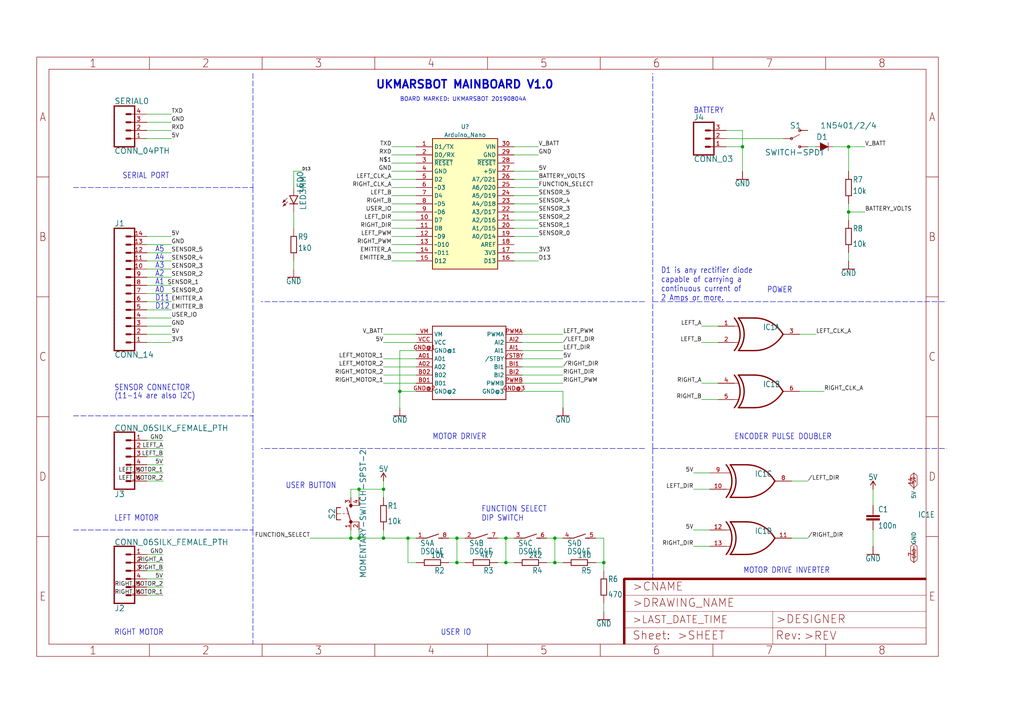
<source format=kicad_sch>
(kicad_sch (version 20211123) (generator eeschema)
  (paper "User" 318.77 225.501)
  (lib_symbols
    (symbol "ukmarsbot-eagle-import:5V" (power)
      (property "Value" "5V" (at 0 2.794 0))
      (symbol "5V_1_0"
        (pin power_in line (at 0 0 90) (length 2.54) (name "5V") (number "1"))
      )
    )
    (symbol "ukmarsbot-eagle-import:7486N"
      (property "Reference" "IC" (at 1.27 1.27 0))
      (symbol "7486N_1_0"
        (pin input line (at -12.7 2.54 0) (length 5.08) (name "I0") (number "1"))
        (pin input line (at -12.7 -2.54 0) (length 5.08) (name "I1") (number "2"))
        (pin output line (at 12.7 0 180) (length 5.08) (name "O") (number "3"))
      )
      (symbol "7486N_2_0"
        (pin input line (at -12.7 2.54 0) (length 5.08) (name "I0") (number "4"))
        (pin input line (at -12.7 -2.54 0) (length 5.08) (name "I1") (number "5"))
        (pin output line (at 12.7 0 180) (length 5.08) (name "O") (number "6"))
      )
      (symbol "7486N_3_0"
        (pin input line (at -12.7 -2.54 0) (length 5.08) (name "I1") (number "10"))
        (pin output line (at 12.7 0 180) (length 5.08) (name "O") (number "8"))
        (pin input line (at -12.7 2.54 0) (length 5.08) (name "I0") (number "9"))
      )
      (symbol "7486N_4_0"
        (pin output line (at 12.7 0 180) (length 5.08) (name "O") (number "11"))
        (pin input line (at -12.7 2.54 0) (length 5.08) (name "I0") (number "12"))
        (pin input line (at -12.7 -2.54 0) (length 5.08) (name "I1") (number "13"))
      )
      (symbol "7486N_5_0"
        (pin power_in line (at 0 15.24 270) (length 5.08) (name "5V") (number "14"))
        (pin power_in line (at 0 -12.7 90) (length 5.08) (name "GND") (number "7"))
      )
    )
    (symbol "ukmarsbot-eagle-import:C-EU025-025X050"
      (property "Reference" "C" (at 1.524 0.381 0))
      (property "Value" "C-EU025-025X050" (at 1.524 -4.699 0))
      (symbol "C-EU025-025X050_1_0"
        (pin passive line (at 0 2.54 270) (length 2.54) (name "1") (number "1"))
        (pin passive line (at 0 -5.08 90) (length 2.54) (name "2") (number "2"))
      )
    )
    (symbol "ukmarsbot-eagle-import:CONN_03"
      (property "Reference" "J" (at -2.54 5.588 0))
      (property "Value" "CONN_03" (at -2.54 -7.366 0))
      (symbol "CONN_03_1_0"
        (pin passive line (at 7.62 -2.54 180) (length 5.08) (name "1") (number "1"))
        (pin passive line (at 7.62 0 180) (length 5.08) (name "2") (number "2"))
        (pin passive line (at 7.62 2.54 180) (length 5.08) (name "3") (number "3"))
      )
    )
    (symbol "ukmarsbot-eagle-import:CONN_04PTH"
      (property "Reference" "J" (at -5.08 8.128 0))
      (property "Value" "CONN_04PTH" (at -5.08 -7.366 0))
      (symbol "CONN_04PTH_1_0"
        (pin passive line (at 5.08 -2.54 180) (length 5.08) (name "1") (number "1"))
        (pin passive line (at 5.08 0 180) (length 5.08) (name "2") (number "2"))
        (pin passive line (at 5.08 2.54 180) (length 5.08) (name "3") (number "3"))
        (pin passive line (at 5.08 5.08 180) (length 5.08) (name "4") (number "4"))
      )
    )
    (symbol "ukmarsbot-eagle-import:CONN_06SILK_FEMALE_PTH"
      (property "Reference" "J" (at -5.08 10.668 0))
      (property "Value" "CONN_06SILK_FEMALE_PTH" (at -5.08 -9.906 0))
      (symbol "CONN_06SILK_FEMALE_PTH_1_0"
        (pin passive line (at 5.08 -5.08 180) (length 5.08) (name "1") (number "1"))
        (pin passive line (at 5.08 -2.54 180) (length 5.08) (name "2") (number "2"))
        (pin passive line (at 5.08 0 180) (length 5.08) (name "3") (number "3"))
        (pin passive line (at 5.08 2.54 180) (length 5.08) (name "4") (number "4"))
        (pin passive line (at 5.08 5.08 180) (length 5.08) (name "5") (number "5"))
        (pin passive line (at 5.08 7.62 180) (length 5.08) (name "6") (number "6"))
      )
    )
    (symbol "ukmarsbot-eagle-import:CONN_14"
      (property "Reference" "J" (at 0 18.288 0))
      (property "Value" "CONN_14" (at 0 -22.606 0))
      (symbol "CONN_14_1_0"
        (pin passive line (at 10.16 -17.78 180) (length 5.08) (name "1") (number "1"))
        (pin passive line (at 10.16 5.08 180) (length 5.08) (name "10") (number "10"))
        (pin passive line (at 10.16 7.62 180) (length 5.08) (name "11") (number "11"))
        (pin passive line (at 10.16 10.16 180) (length 5.08) (name "12") (number "12"))
        (pin passive line (at 10.16 12.7 180) (length 5.08) (name "13") (number "13"))
        (pin passive line (at 10.16 15.24 180) (length 5.08) (name "14") (number "14"))
        (pin passive line (at 10.16 -15.24 180) (length 5.08) (name "2") (number "2"))
        (pin passive line (at 10.16 -12.7 180) (length 5.08) (name "3") (number "3"))
        (pin passive line (at 10.16 -10.16 180) (length 5.08) (name "4") (number "4"))
        (pin passive line (at 10.16 -7.62 180) (length 5.08) (name "5") (number "5"))
        (pin passive line (at 10.16 -5.08 180) (length 5.08) (name "6") (number "6"))
        (pin passive line (at 10.16 -2.54 180) (length 5.08) (name "7") (number "7"))
        (pin passive line (at 10.16 0 180) (length 5.08) (name "8") (number "8"))
        (pin passive line (at 10.16 2.54 180) (length 5.08) (name "9") (number "9"))
      )
    )
    (symbol "ukmarsbot-eagle-import:DIODE-KIT2"
      (property "Reference" "D" (at -2.54 2.032 0))
      (property "Value" "DIODE-KIT2" (at -2.54 -2.032 0))
      (symbol "DIODE-KIT2_1_0"
        (pin passive line (at -2.54 0 0) (length 0) (name "A") (number "A"))
        (pin passive line (at 2.54 0 180) (length 0) (name "C") (number "C"))
      )
    )
    (symbol "ukmarsbot-eagle-import:DS04E"
      (property "Reference" "S" (at 2.54 -3.81 90))
      (property "Value" "DS04E" (at 5.08 -3.81 90))
      (symbol "DS04E_1_0"
        (pin passive line (at 0 -5.08 90) (length 2.54) (name "1") (number "1"))
        (pin passive line (at 0 5.08 270) (length 2.54) (name "2") (number "8"))
      )
      (symbol "DS04E_2_0"
        (pin passive line (at 0 -5.08 90) (length 2.54) (name "1") (number "2"))
        (pin passive line (at 0 5.08 270) (length 2.54) (name "2") (number "7"))
      )
      (symbol "DS04E_3_0"
        (pin passive line (at 0 -5.08 90) (length 2.54) (name "1") (number "3"))
        (pin passive line (at 0 5.08 270) (length 2.54) (name "2") (number "6"))
      )
      (symbol "DS04E_4_0"
        (pin passive line (at 0 -5.08 90) (length 2.54) (name "1") (number "4"))
        (pin passive line (at 0 5.08 270) (length 2.54) (name "2") (number "5"))
      )
    )
    (symbol "ukmarsbot-eagle-import:FRAME-A4L"
      (symbol "FRAME-A4L_0_0"
        (text "1" (at 13.7319 -1.905 0) (effects (font (size 2.54 2.286))))
        (text "1" (at 13.7319 180.975 0) (effects (font (size 2.54 2.286))))
        (text "2" (at 48.8156 -1.905 0) (effects (font (size 2.54 2.286))))
        (text "2" (at 48.8156 180.975 0) (effects (font (size 2.54 2.286))))
        (text "3" (at 83.8994 -1.905 0) (effects (font (size 2.54 2.286))))
        (text "3" (at 83.8994 180.975 0) (effects (font (size 2.54 2.286))))
        (text "4" (at 118.9831 -1.905 0) (effects (font (size 2.54 2.286))))
        (text "4" (at 118.9831 180.975 0) (effects (font (size 2.54 2.286))))
        (text "5" (at 154.0669 -1.905 0) (effects (font (size 2.54 2.286))))
        (text "5" (at 154.0669 180.975 0) (effects (font (size 2.54 2.286))))
        (text "6" (at 189.1506 -1.905 0) (effects (font (size 2.54 2.286))))
        (text "6" (at 189.1506 180.975 0) (effects (font (size 2.54 2.286))))
        (text "7" (at 224.2344 -1.905 0) (effects (font (size 2.54 2.286))))
        (text "7" (at 224.2344 180.975 0) (effects (font (size 2.54 2.286))))
        (text "8" (at 259.3181 -1.905 0) (effects (font (size 2.54 2.286))))
        (text "8" (at 259.3181 180.975 0) (effects (font (size 2.54 2.286))))
        (text "A" (at -1.905 164.211 0) (effects (font (size 2.54 2.286))))
        (text "A" (at 274.955 164.211 0) (effects (font (size 2.54 2.286))))
        (text "B" (at -1.905 126.873 0) (effects (font (size 2.54 2.286))))
        (text "B" (at 274.955 126.873 0) (effects (font (size 2.54 2.286))))
        (text "C" (at -1.905 89.535 0) (effects (font (size 2.54 2.286))))
        (text "C" (at 274.955 89.535 0) (effects (font (size 2.54 2.286))))
        (text "D" (at -1.905 52.197 0) (effects (font (size 2.54 2.286))))
        (text "D" (at 274.955 52.197 0) (effects (font (size 2.54 2.286))))
        (text "E" (at -1.905 14.859 0) (effects (font (size 2.54 2.286))))
        (text "E" (at 274.955 14.859 0) (effects (font (size 2.54 2.286))))
      )
      (symbol "FRAME-A4L_1_0"
        (text ">CNAME" (at 181.61 16.51 0) (effects (font (size 2.54 2.54)) (justify left bottom)))
        (text ">DESIGNER" (at 226.26 6.35 0) (effects (font (size 2.54 2.54)) (justify left bottom)))
        (text ">DRAWING_NAME" (at 181.61 11.43 0) (effects (font (size 2.54 2.54)) (justify left bottom)))
        (text ">LAST_DATE_TIME" (at 181.61 6.35 0) (effects (font (size 2.286 2.286)) (justify left bottom)))
        (text ">REV" (at 234.92 1.17 0) (effects (font (size 2.54 2.54)) (justify left bottom)))
        (text ">SHEET" (at 195.58 1.27 0) (effects (font (size 2.54 2.54)) (justify left bottom)))
        (text "Rev:" (at 226.16 1.27 0) (effects (font (size 2.54 2.54)) (justify left bottom)))
        (text "Sheet:" (at 181.61 1.27 0) (effects (font (size 2.54 2.54)) (justify left bottom)))
      )
    )
    (symbol "ukmarsbot-eagle-import:GND" (power)
      (property "Value" "GND" (at 0 -0.254 0))
      (symbol "GND_1_0"
        (pin power_in line (at 0 2.54 270) (length 2.54) (name "GND") (number "1"))
      )
    )
    (symbol "ukmarsbot-eagle-import:LED3MM"
      (property "Reference" "D" (at -3.429 -4.572 90))
      (property "Value" "LED3MM" (at 1.905 -4.572 90))
      (symbol "LED3MM_1_0"
        (pin passive line (at 0 2.54 270) (length 2.54) (name "A") (number "A"))
        (pin passive line (at 0 -5.08 90) (length 2.54) (name "C") (number "K"))
      )
    )
    (symbol "ukmarsbot-eagle-import:MOMENTARY-SWITCH-SPST-2"
      (property "Reference" "S" (at 0 4.826 0))
      (property "Value" "MOMENTARY-SWITCH-SPST-2" (at 0 -2.794 0))
      (symbol "MOMENTARY-SWITCH-SPST-2_1_0"
        (pin passive line (at -5.08 0 0) (length 2.54) (name "1") (number "1"))
        (pin passive line (at -5.08 -2.54 0) (length 2.54) (name "2") (number "2"))
        (pin passive line (at 5.08 0 180) (length 2.54) (name "3") (number "3"))
        (pin passive line (at 5.08 -2.54 180) (length 2.54) (name "4") (number "4"))
      )
    )
    (symbol "ukmarsbot-eagle-import:R-EU_0204{slash}7"
      (property "Reference" "R" (at -3.81 1.4986 0))
      (property "Value" "R-EU_0204{slash}7" (at -3.81 -3.302 0))
      (symbol "R-EU_0204{slash}7_1_0"
        (pin passive line (at -5.08 0 0) (length 2.54) (name "1") (number "1"))
        (pin passive line (at 5.08 0 180) (length 2.54) (name "2") (number "2"))
      )
    )
    (symbol "ukmarsbot-eagle-import:SPARKFUN-TB6612FNG"
      (symbol "SPARKFUN-TB6612FNG_1_0"
        (pin bidirectional line (at 12.7 5.08 180) (length 5.08) (name "/STBY") (number "/STBY"))
        (pin bidirectional line (at -20.32 5.08 0) (length 5.08) (name "A01") (number "A01"))
        (pin bidirectional line (at -20.32 2.54 0) (length 5.08) (name "A02") (number "A02"))
        (pin bidirectional line (at 12.7 7.62 180) (length 5.08) (name "AI1") (number "AI1"))
        (pin bidirectional line (at 12.7 10.16 180) (length 5.08) (name "AI2") (number "AI2"))
        (pin bidirectional line (at -20.32 -2.54 0) (length 5.08) (name "B01") (number "B01"))
        (pin bidirectional line (at -20.32 0 0) (length 5.08) (name "B02") (number "B02"))
        (pin bidirectional line (at 12.7 2.54 180) (length 5.08) (name "BI1") (number "BI1"))
        (pin bidirectional line (at 12.7 0 180) (length 5.08) (name "BI2") (number "BI2"))
        (pin bidirectional line (at -20.32 7.62 0) (length 5.08) (name "GND@1") (number "GND@1"))
        (pin bidirectional line (at -20.32 -5.08 0) (length 5.08) (name "GND@2") (number "GND@2"))
        (pin bidirectional line (at 12.7 -5.08 180) (length 5.08) (name "GND@3") (number "GND@3"))
        (pin bidirectional line (at 12.7 12.7 180) (length 5.08) (name "PWMA") (number "PWMA"))
        (pin bidirectional line (at 12.7 -2.54 180) (length 5.08) (name "PWMB") (number "PWMB"))
        (pin bidirectional line (at -20.32 10.16 0) (length 5.08) (name "VCC") (number "VCC"))
        (pin bidirectional line (at -20.32 12.7 0) (length 5.08) (name "VM") (number "VM"))
      )
    )
    (symbol "ukmarsbot-eagle-import:SWITCH-SPDT-PTH-11.6X4.0MM-KIT"
      (property "Reference" "S" (at 1.27 3.048 0))
      (property "Value" "SWITCH-SPDT-PTH-11.6X4.0MM-KIT" (at 1.016 -3.302 0))
      (symbol "SWITCH-SPDT-PTH-11.6X4.0MM-KIT_1_0"
        (pin passive line (at 5.08 2.54 180) (length 2.54) (name "O") (number "1"))
        (pin passive line (at -2.54 0 0) (length 2.54) (name "P") (number "2"))
        (pin passive line (at 5.08 -2.54 180) (length 2.54) (name "S") (number "3"))
      )
    )
    (symbol "ukmarsbot:Arduino_Nano"
      (property "Reference" "U" (at -10.16 24.13 0))
      (property "Value" "Arduino_Nano" (at -10.16 22.86 0))
      (symbol "Arduino_Nano_1_1"
        (pin bidirectional line (at -15.24 17.78 0) (length 5.08) (name "D1/TX") (number "1"))
        (pin bidirectional line (at -15.24 -5.08 0) (length 5.08) (name "D7") (number "10"))
        (pin bidirectional line (at -15.24 -7.62 0) (length 5.08) (name "D8") (number "11"))
        (pin bidirectional line (at -15.24 -10.16 0) (length 5.08) (name "~D9") (number "12"))
        (pin bidirectional line (at -15.24 -12.7 0) (length 5.08) (name "~D10") (number "13"))
        (pin bidirectional line (at -15.24 -15.24 0) (length 5.08) (name "~D11") (number "14"))
        (pin bidirectional line (at -15.24 -17.78 0) (length 5.08) (name "D12") (number "15"))
        (pin bidirectional line (at 15.24 -17.78 180) (length 5.08) (name "D13") (number "16"))
        (pin power_out line (at 15.24 -15.24 180) (length 5.08) (name "3V3") (number "17"))
        (pin input line (at 15.24 -12.7 180) (length 5.08) (name "AREF") (number "18"))
        (pin bidirectional line (at 15.24 -10.16 180) (length 5.08) (name "A0/D14") (number "19"))
        (pin bidirectional line (at -15.24 15.24 0) (length 5.08) (name "D0/RX") (number "2"))
        (pin bidirectional line (at 15.24 -7.62 180) (length 5.08) (name "A1/D15") (number "20"))
        (pin bidirectional line (at 15.24 -5.08 180) (length 5.08) (name "A2/D16") (number "21"))
        (pin bidirectional line (at 15.24 -2.54 180) (length 5.08) (name "A3/D17") (number "22"))
        (pin bidirectional line (at 15.24 0 180) (length 5.08) (name "A4/D18") (number "23"))
        (pin bidirectional line (at 15.24 2.54 180) (length 5.08) (name "A5/D19") (number "24"))
        (pin bidirectional line (at 15.24 5.08 180) (length 5.08) (name "A6/D20") (number "25"))
        (pin bidirectional line (at 15.24 7.62 180) (length 5.08) (name "A7/D21") (number "26"))
        (pin power_out line (at 15.24 10.16 180) (length 5.08) (name "+5V") (number "27"))
        (pin input line (at 15.24 12.7 180) (length 5.08) (name "~{RESET}") (number "28"))
        (pin power_in line (at 15.24 15.24 180) (length 5.08) (name "GND") (number "29"))
        (pin input line (at -15.24 12.7 0) (length 5.08) (name "~{RESET}") (number "3"))
        (pin power_in line (at 15.24 17.78 180) (length 5.08) (name "VIN") (number "30"))
        (pin power_in line (at -15.24 10.16 0) (length 5.08) (name "GND") (number "4"))
        (pin bidirectional line (at -15.24 7.62 0) (length 5.08) (name "D2") (number "5"))
        (pin bidirectional line (at -15.24 5.08 0) (length 5.08) (name "~D3") (number "6"))
        (pin bidirectional line (at -15.24 2.54 0) (length 5.08) (name "D4") (number "7"))
        (pin bidirectional line (at -15.24 0 0) (length 5.08) (name "~D5") (number "8"))
        (pin bidirectional line (at -15.24 -2.54 0) (length 5.08) (name "~D6") (number "9"))
      )
    )
  )
  (junction (at 172.72 167.64))
  (junction (at 172.72 175.26))
  (junction (at 119.38 167.64))
  (junction (at 187.96 175.26))
  (junction (at 264.16 66.04))
  (junction (at 157.48 167.64))
  (junction (at 142.24 167.64))
  (junction (at 119.38 152.4))
  (junction (at 231.14 45.72))
  (junction (at 109.22 167.64))
  (junction (at 264.16 45.72))
  (junction (at 124.46 121.92))
  (junction (at 142.24 175.26))
  (junction (at 111.76 167.64))
  (junction (at 111.76 152.4))
  (junction (at 127 167.64))
  (junction (at 157.48 175.26))
  (wire (pts (xy 45.72 96.52) (xy 53.34 96.52)))
  (wire (pts (xy 129.54 119.38) (xy 119.38 119.38)))
  (polyline (pts (xy 78.74 58.42) (xy 78.74 129.54)))
  (wire (pts (xy 45.72 88.9) (xy 53.34 88.9)))
  (wire (pts (xy 111.76 167.64) (xy 119.38 167.64)))
  (wire (pts (xy 160.02 58.42) (xy 167.64 58.42)))
  (wire (pts (xy 231.14 45.72) (xy 231.14 53.34)))
  (wire (pts (xy 129.54 116.84) (xy 119.38 116.84)))
  (wire (pts (xy 45.72 172.72) (xy 50.8 172.72)))
  (polyline (pts (xy 22.86 129.54) (xy 78.74 129.54)))
  (wire (pts (xy 223.52 119.38) (xy 218.44 119.38)))
  (wire (pts (xy 45.72 93.98) (xy 53.34 93.98)))
  (wire (pts (xy 45.72 86.36) (xy 53.34 86.36)))
  (wire (pts (xy 45.72 35.56) (xy 53.34 35.56)))
  (wire (pts (xy 160.02 66.04) (xy 167.64 66.04)))
  (wire (pts (xy 124.46 121.92) (xy 124.46 127)))
  (wire (pts (xy 223.52 106.68) (xy 218.44 106.68)))
  (wire (pts (xy 45.72 38.1) (xy 53.34 38.1)))
  (wire (pts (xy 160.02 48.26) (xy 167.64 48.26)))
  (polyline (pts (xy 203.2 93.98) (xy 294.64 93.98)))
  (wire (pts (xy 160.02 45.72) (xy 167.64 45.72)))
  (wire (pts (xy 162.56 116.84) (xy 175.26 116.84)))
  (wire (pts (xy 226.06 45.72) (xy 231.14 45.72)))
  (wire (pts (xy 129.54 68.58) (xy 121.92 68.58)))
  (wire (pts (xy 271.78 165.1) (xy 271.78 170.18)))
  (wire (pts (xy 129.54 73.66) (xy 121.92 73.66)))
  (wire (pts (xy 127 175.26) (xy 129.54 175.26)))
  (polyline (pts (xy 22.86 165.1) (xy 78.74 165.1)))
  (wire (pts (xy 248.92 121.92) (xy 256.54 121.92)))
  (wire (pts (xy 129.54 78.74) (xy 121.92 78.74)))
  (wire (pts (xy 45.72 76.2) (xy 53.34 76.2)))
  (wire (pts (xy 264.16 66.04) (xy 269.24 66.04)))
  (wire (pts (xy 129.54 55.88) (xy 121.92 55.88)))
  (wire (pts (xy 160.02 71.12) (xy 167.64 71.12)))
  (wire (pts (xy 160.02 53.34) (xy 167.64 53.34)))
  (wire (pts (xy 129.54 104.14) (xy 119.38 104.14)))
  (wire (pts (xy 160.02 55.88) (xy 167.64 55.88)))
  (wire (pts (xy 162.56 109.22) (xy 175.26 109.22)))
  (wire (pts (xy 45.72 182.88) (xy 50.8 182.88)))
  (wire (pts (xy 45.72 142.24) (xy 50.8 142.24)))
  (wire (pts (xy 129.54 114.3) (xy 119.38 114.3)))
  (polyline (pts (xy 203.2 139.7) (xy 203.2 93.98)))
  (wire (pts (xy 246.38 167.64) (xy 251.46 167.64)))
  (polyline (pts (xy 78.74 22.86) (xy 78.74 58.42)))
  (wire (pts (xy 142.24 175.26) (xy 144.78 175.26)))
  (wire (pts (xy 220.98 152.4) (xy 215.9 152.4)))
  (wire (pts (xy 109.22 154.94) (xy 109.22 152.4)))
  (wire (pts (xy 91.44 53.34) (xy 91.44 58.42)))
  (wire (pts (xy 127 167.64) (xy 127 175.26)))
  (wire (pts (xy 223.52 124.46) (xy 218.44 124.46)))
  (wire (pts (xy 220.98 147.32) (xy 215.9 147.32)))
  (wire (pts (xy 129.54 60.96) (xy 121.92 60.96)))
  (wire (pts (xy 271.78 157.48) (xy 271.78 152.4)))
  (wire (pts (xy 220.98 170.18) (xy 215.9 170.18)))
  (wire (pts (xy 129.54 48.26) (xy 121.92 48.26)))
  (polyline (pts (xy 203.2 139.7) (xy 294.64 139.7)))
  (wire (pts (xy 129.54 106.68) (xy 119.38 106.68)))
  (wire (pts (xy 185.42 167.64) (xy 187.96 167.64)))
  (wire (pts (xy 45.72 147.32) (xy 50.8 147.32)))
  (wire (pts (xy 185.42 175.26) (xy 187.96 175.26)))
  (polyline (pts (xy 200.66 93.98) (xy 81.28 93.98)))
  (wire (pts (xy 129.54 58.42) (xy 121.92 58.42)))
  (wire (pts (xy 119.38 149.86) (xy 119.38 152.4)))
  (wire (pts (xy 162.56 111.76) (xy 175.26 111.76)))
  (wire (pts (xy 172.72 175.26) (xy 175.26 175.26)))
  (wire (pts (xy 246.38 149.86) (xy 251.46 149.86)))
  (wire (pts (xy 45.72 139.7) (xy 50.8 139.7)))
  (wire (pts (xy 264.16 53.34) (xy 264.16 45.72)))
  (wire (pts (xy 160.02 68.58) (xy 167.64 68.58)))
  (wire (pts (xy 45.72 43.18) (xy 53.34 43.18)))
  (wire (pts (xy 111.76 165.1) (xy 111.76 167.64)))
  (polyline (pts (xy 203.2 93.98) (xy 203.2 22.86)))
  (wire (pts (xy 45.72 177.8) (xy 50.8 177.8)))
  (wire (pts (xy 45.72 149.86) (xy 50.8 149.86)))
  (wire (pts (xy 160.02 73.66) (xy 167.64 73.66)))
  (wire (pts (xy 45.72 73.66) (xy 53.34 73.66)))
  (wire (pts (xy 96.52 167.64) (xy 109.22 167.64)))
  (wire (pts (xy 45.72 78.74) (xy 53.34 78.74)))
  (wire (pts (xy 127 167.64) (xy 129.54 167.64)))
  (polyline (pts (xy 78.74 129.54) (xy 78.74 165.1)))
  (wire (pts (xy 119.38 152.4) (xy 119.38 154.94)))
  (wire (pts (xy 223.52 101.6) (xy 218.44 101.6)))
  (wire (pts (xy 264.16 81.28) (xy 264.16 78.74)))
  (wire (pts (xy 264.16 45.72) (xy 269.24 45.72)))
  (wire (pts (xy 124.46 109.22) (xy 124.46 121.92)))
  (wire (pts (xy 109.22 152.4) (xy 111.76 152.4)))
  (wire (pts (xy 226.06 40.64) (xy 231.14 40.64)))
  (wire (pts (xy 129.54 71.12) (xy 121.92 71.12)))
  (wire (pts (xy 157.48 175.26) (xy 160.02 175.26)))
  (wire (pts (xy 154.94 175.26) (xy 157.48 175.26)))
  (wire (pts (xy 45.72 137.16) (xy 50.8 137.16)))
  (wire (pts (xy 172.72 167.64) (xy 175.26 167.64)))
  (wire (pts (xy 129.54 111.76) (xy 119.38 111.76)))
  (wire (pts (xy 129.54 45.72) (xy 121.92 45.72)))
  (wire (pts (xy 91.44 66.04) (xy 91.44 71.12)))
  (polyline (pts (xy 200.66 139.7) (xy 81.28 139.7)))
  (wire (pts (xy 162.56 119.38) (xy 175.26 119.38)))
  (wire (pts (xy 129.54 53.34) (xy 121.92 53.34)))
  (wire (pts (xy 160.02 78.74) (xy 167.64 78.74)))
  (wire (pts (xy 175.26 121.92) (xy 175.26 127)))
  (wire (pts (xy 157.48 167.64) (xy 160.02 167.64)))
  (wire (pts (xy 119.38 167.64) (xy 127 167.64)))
  (wire (pts (xy 139.7 175.26) (xy 142.24 175.26)))
  (wire (pts (xy 187.96 175.26) (xy 187.96 177.8)))
  (wire (pts (xy 226.06 43.18) (xy 243.84 43.18)))
  (wire (pts (xy 45.72 180.34) (xy 50.8 180.34)))
  (polyline (pts (xy 203.2 180.34) (xy 203.2 139.7)))
  (wire (pts (xy 142.24 167.64) (xy 142.24 175.26)))
  (polyline (pts (xy 22.86 58.42) (xy 78.74 58.42)))
  (wire (pts (xy 160.02 81.28) (xy 167.64 81.28)))
  (wire (pts (xy 121.92 50.8) (xy 129.54 50.8)))
  (wire (pts (xy 160.02 63.5) (xy 167.64 63.5)))
  (wire (pts (xy 91.44 53.34) (xy 93.98 53.34)))
  (wire (pts (xy 45.72 106.68) (xy 53.34 106.68)))
  (wire (pts (xy 162.56 121.92) (xy 175.26 121.92)))
  (wire (pts (xy 259.08 45.72) (xy 264.16 45.72)))
  (wire (pts (xy 129.54 109.22) (xy 124.46 109.22)))
  (wire (pts (xy 187.96 187.96) (xy 187.96 190.5)))
  (wire (pts (xy 160.02 60.96) (xy 167.64 60.96)))
  (wire (pts (xy 251.46 45.72) (xy 254 45.72)))
  (wire (pts (xy 162.56 114.3) (xy 175.26 114.3)))
  (wire (pts (xy 45.72 104.14) (xy 53.34 104.14)))
  (wire (pts (xy 142.24 167.64) (xy 144.78 167.64)))
  (wire (pts (xy 109.22 167.64) (xy 111.76 167.64)))
  (wire (pts (xy 172.72 167.64) (xy 172.72 175.26)))
  (wire (pts (xy 45.72 81.28) (xy 53.34 81.28)))
  (wire (pts (xy 45.72 83.82) (xy 53.34 83.82)))
  (wire (pts (xy 162.56 106.68) (xy 175.26 106.68)))
  (wire (pts (xy 187.96 167.64) (xy 187.96 175.26)))
  (wire (pts (xy 264.16 66.04) (xy 264.16 63.5)))
  (wire (pts (xy 45.72 175.26) (xy 50.8 175.26)))
  (wire (pts (xy 45.72 91.44) (xy 53.34 91.44)))
  (wire (pts (xy 170.18 175.26) (xy 172.72 175.26)))
  (wire (pts (xy 111.76 152.4) (xy 111.76 154.94)))
  (wire (pts (xy 45.72 144.78) (xy 50.8 144.78)))
  (wire (pts (xy 45.72 101.6) (xy 53.34 101.6)))
  (wire (pts (xy 119.38 165.1) (xy 119.38 167.64)))
  (wire (pts (xy 45.72 185.42) (xy 50.8 185.42)))
  (wire (pts (xy 129.54 76.2) (xy 121.92 76.2)))
  (wire (pts (xy 109.22 165.1) (xy 109.22 167.64)))
  (wire (pts (xy 129.54 63.5) (xy 121.92 63.5)))
  (wire (pts (xy 231.14 40.64) (xy 231.14 45.72)))
  (wire (pts (xy 162.56 104.14) (xy 175.26 104.14)))
  (polyline (pts (xy 78.74 165.1) (xy 78.74 200.66)))
  (wire (pts (xy 111.76 152.4) (xy 119.38 152.4)))
  (wire (pts (xy 139.7 167.64) (xy 142.24 167.64)))
  (wire (pts (xy 129.54 121.92) (xy 124.46 121.92)))
  (wire (pts (xy 220.98 165.1) (xy 215.9 165.1)))
  (wire (pts (xy 154.94 167.64) (xy 157.48 167.64)))
  (wire (pts (xy 170.18 167.64) (xy 172.72 167.64)))
  (wire (pts (xy 264.16 68.58) (xy 264.16 66.04)))
  (wire (pts (xy 129.54 81.28) (xy 121.92 81.28)))
  (wire (pts (xy 157.48 167.64) (xy 157.48 175.26)))
  (wire (pts (xy 45.72 99.06) (xy 53.34 99.06)))
  (wire (pts (xy 45.72 40.64) (xy 53.34 40.64)))
  (wire (pts (xy 248.92 104.14) (xy 254 104.14)))
  (wire (pts (xy 129.54 66.04) (xy 121.92 66.04)))
  (wire (pts (xy 91.44 81.28) (xy 91.44 83.82)))
  (text "D11" (at 48.26 93.98 180) (effects (font (size 1.778 1.5113)) (justify left bottom)))
  (text "A4" (at 48.26 81.28 180) (effects (font (size 1.778 1.5113)) (justify left bottom)))
  (text "BOARD MARKED: UKMARSBOT 20190804A" (at 124.46 31.75 0) (effects (font (size 1.27 1.27)) (justify left bottom)))
  (text "ENCODER PULSE DOUBLER" (at 228.6 137.16 180) (effects (font (size 1.778 1.5113)) (justify left bottom)))
  (text "MOTOR DRIVER" (at 134.62 137.16 180) (effects (font (size 1.778 1.5113)) (justify left bottom)))
  (text "A0" (at 48.26 91.44 180) (effects (font (size 1.778 1.5113)) (justify left bottom)))
  (text "USER IO" (at 137.16 198.12 180) (effects (font (size 1.778 1.5113)) (justify left bottom)))
  (text "A1" (at 48.26 88.9 180) (effects (font (size 1.778 1.5113)) (justify left bottom)))
  (text "UKMARSBOT MAINBOARD V1.0" (at 116.84 27.94 0) (effects (font (size 2.5 2.5) (thickness 0.5) bold) (justify left bottom)))
  (text "(11-14 are also I2C)" (at 35.56 124.46 180) (effects (font (size 1.778 1.5113)) (justify left bottom)))
  (text "LEFT MOTOR" (at 35.56 162.56 180) (effects (font (size 1.778 1.5113)) (justify left bottom)))
  (text "SERIAL PORT" (at 38.1 55.88 180) (effects (font (size 1.778 1.5113)) (justify left bottom)))
  (text "A2" (at 48.26 86.36 180) (effects (font (size 1.778 1.5113)) (justify left bottom)))
  (text "MOTOR DRIVE INVERTER" (at 231.394 178.816 180) (effects (font (size 1.778 1.5113)) (justify left bottom)))
  (text "POWER" (at 238.76 91.44 180) (effects (font (size 1.778 1.5113)) (justify left bottom)))
  (text "USER BUTTON" (at 88.9 152.4 180) (effects (font (size 1.778 1.5113)) (justify left bottom)))
  (text "SENSOR CONNECTOR" (at 35.56 121.92 180) (effects (font (size 1.778 1.5113)) (justify left bottom)))
  (text "RIGHT MOTOR" (at 35.56 198.12 180) (effects (font (size 1.778 1.5113)) (justify left bottom)))
  (text "A3" (at 48.26 83.82 180) (effects (font (size 1.778 1.5113)) (justify left bottom)))
  (text "D12" (at 48.26 96.52 180) (effects (font (size 1.778 1.5113)) (justify left bottom)))
  (text "A5" (at 48.26 78.74 180) (effects (font (size 1.778 1.5113)) (justify left bottom)))
  (text "D1 is any rectifier diode\ncapable of carrying a\ncontinuous current of\n2 Amps or more." (at 205.74 93.98 0) (effects (font (size 1.778 1.5113)) (justify left bottom)))
  (text "FUNCTION SELECT\nDIP SWITCH" (at 149.86 162.56 180) (effects (font (size 1.778 1.5113)) (justify left bottom)))
  (text "BATTERY" (at 215.9 35.56 180) (effects (font (size 1.778 1.5113)) (justify left bottom)))
  (label "RIGHT_DIR" (at 175.26 116.84 0))
  (label "RIGHT_CLK_A" (at 256.54 121.92 0))
  (label "5V" (at 50.8 144.78 180))
  (label "SENSOR_4" (at 167.64 63.5 0))
  (label "LEFT_CLK_A" (at 254 104.14 0))
  (label "RIGHT_PWM" (at 121.92 76.2 180))
  (label "RIGHT_B" (at 50.8 177.8 180))
  (label "RIGHT_B" (at 218.44 124.46 180))
  (label "5V" (at 53.34 104.14 0))
  (label "RIGHT_DIR" (at 215.9 170.18 180))
  (label "SENSOR_1" (at 167.64 71.12 0))
  (label "SENSOR_3" (at 167.64 66.04 0))
  (label "D13" (at 93.98 53.34 0) (effects (font (size 0.889 0.889))))
  (label "SENSOR_2" (at 167.64 68.58 0))
  (label "/RIGHT_DIR" (at 251.46 167.64 0))
  (label "FUNCTION_SELECT" (at 167.64 58.42 0))
  (label "EMITTER_A" (at 53.34 93.98 0))
  (label "V_BATT" (at 269.24 45.72 0))
  (label "EMITTER_B" (at 53.34 96.52 0))
  (label "TXD" (at 121.92 45.72 180))
  (label "RIGHT_PWM" (at 175.26 119.38 0))
  (label "RIGHT_MOTOR_1" (at 50.8 185.42 180))
  (label "LEFT_MOTOR_2" (at 50.8 149.86 180))
  (label "LEFT_B" (at 218.44 106.68 180))
  (label "SENSOR_0" (at 53.34 91.44 0))
  (label "RXD" (at 121.92 48.26 180))
  (label "GND" (at 53.34 101.6 0))
  (label "BATTERY_VOLTS" (at 167.64 55.88 0))
  (label "RIGHT_CLK_A" (at 121.92 58.42 180))
  (label "SENSOR_3" (at 53.34 83.82 0))
  (label "LEFT_A" (at 50.8 139.7 180))
  (label "V_BATT" (at 167.64 45.72 0))
  (label "SENSOR_5" (at 167.64 60.96 0))
  (label "RIGHT_B" (at 121.92 63.5 180))
  (label "5V" (at 175.26 111.76 0))
  (label "RIGHT_A" (at 218.44 119.38 180))
  (label "GND" (at 167.64 48.26 0))
  (label "5V" (at 215.9 147.32 180))
  (label "LEFT_B" (at 50.8 142.24 180))
  (label "LEFT_MOTOR_1" (at 50.8 147.32 180))
  (label "LEFT_PWM" (at 175.26 104.14 0))
  (label "SENSOR_0" (at 167.64 73.66 0))
  (label "LEFT_PWM" (at 121.92 73.66 180))
  (label "/LEFT_DIR" (at 251.46 149.86 0))
  (label "3V3" (at 53.34 106.68 0))
  (label "TXD" (at 53.34 35.56 0))
  (label "SENSOR_1" (at 52.07 88.9 0))
  (label "SENSOR_2" (at 53.34 86.36 0))
  (label "SENSOR_5" (at 53.34 78.74 0))
  (label "RIGHT_DIR" (at 121.92 71.12 180))
  (label "FUNCTION_SELECT" (at 96.52 167.64 180))
  (label "EMITTER_A" (at 121.92 78.74 180))
  (label "LEFT_DIR" (at 121.92 68.58 180))
  (label "V_BATT" (at 119.38 104.14 180))
  (label "EMITTER_B" (at 121.92 81.28 180))
  (label "RIGHT_MOTOR_2" (at 50.8 182.88 180))
  (label "GND" (at 53.34 38.1 0))
  (label "D13" (at 167.64 81.28 0))
  (label "5V" (at 50.8 180.34 180))
  (label "GND" (at 50.8 137.16 180))
  (label "5V" (at 119.38 106.68 180))
  (label "GND" (at 121.92 53.34 180))
  (label "LEFT_B" (at 121.92 60.96 180))
  (label "/LEFT_DIR" (at 175.26 106.68 0))
  (label "LEFT_MOTOR_2" (at 119.38 114.3 180))
  (label "LEFT_CLK_A" (at 121.92 55.88 180))
  (label "BATTERY_VOLTS" (at 269.24 66.04 0))
  (label "3V3" (at 167.64 78.74 0))
  (label "USER_IO" (at 53.34 99.06 0))
  (label "RIGHT_MOTOR_2" (at 119.38 116.84 180))
  (label "N$1" (at 121.92 50.8 180))
  (label "GND" (at 53.34 76.2 0))
  (label "5V" (at 53.34 73.66 0))
  (label "LEFT_DIR" (at 175.26 109.22 0))
  (label "RIGHT_A" (at 50.8 175.26 180))
  (label "5V" (at 53.34 43.18 0))
  (label "RXD" (at 53.34 40.64 0))
  (label "/RIGHT_DIR" (at 175.26 114.3 0))
  (label "LEFT_A" (at 218.44 101.6 180))
  (label "5V" (at 215.9 165.1 180))
  (label "USER_IO" (at 121.92 66.04 180))
  (label "5V" (at 167.64 53.34 0))
  (label "RIGHT_MOTOR_1" (at 119.38 119.38 180))
  (label "SENSOR_4" (at 53.34 81.28 0))
  (label "LEFT_DIR" (at 215.9 152.4 180))
  (label "LEFT_MOTOR_1" (at 119.38 111.76 180))
  (label "GND" (at 50.8 172.72 180))
  (global_label "GND" (shape bidirectional) (at 284.48 175.26 90) (effects (font (size 1.016 1.016))) (property "Intersheet References" "${INTERSHEET_REFS}" (effects hide)))
  (global_label "5V" (shape bidirectional) (at 284.48 147.32 270) (effects (font (size 1.016 1.016))) (property "Intersheet References" "${INTERSHEET_REFS}" (effects hide)))
  (symbol (lib_id "ukmarsbot-eagle-import:R-EU_0204{slash}7") (at 187.96 182.88 90) (unit 1)
    (property "Reference" "R6" (at 189.23 181.3814 90) (effects (font (size 1.778 1.5113)) (justify right top)))
    (property "Value" "470" (at 189.23 186.182 90) (effects (font (size 1.778 1.5113)) (justify right top)))
    (property "Footprint" "ukmarsbot:0204_7" (effects hide))
  )
  (symbol (lib_id "ukmarsbot-eagle-import:DS04E") (at 180.34 167.64 270) (unit 4)
    (property "Reference" "S4" (at 176.53 170.18 90) (effects (font (size 1.778 1.5113)) (justify left bottom)))
    (property "Value" "DS04E" (at 176.53 172.72 90) (effects (font (size 1.778 1.5113)) (justify left bottom)))
    (property "Footprint" "ukmarsbot:DS-04" (effects hide))
  )
  (symbol (lib_id "ukmarsbot-eagle-import:DS04E") (at 134.62 167.64 270) (unit 1)
    (property "Reference" "S4" (at 130.81 170.18 90) (effects (font (size 1.778 1.5113)) (justify left bottom)))
    (property "Value" "DS04E" (at 130.81 172.72 90) (effects (font (size 1.778 1.5113)) (justify left bottom)))
    (property "Footprint" "ukmarsbot:DS-04" (effects hide))
  )
  (symbol (lib_id "ukmarsbot-eagle-import:LED3MM") (at 91.44 60.96 0) (unit 1)
    (property "Reference" "LED0" (at 94.488 60.071 90) (effects (font (size 1.778 1.778)) (justify left bottom)))
    (property "Value" "LED3MM" (at 93.345 65.532 90) (effects (font (size 1.778 1.778)) (justify left top)))
    (property "Footprint" "ukmarsbot:LED_3MM" (effects hide))
  )
  (symbol (lib_id "ukmarsbot-eagle-import:7486N") (at 233.68 167.64 0) (unit 4)
    (property "Reference" "IC1" (at 234.95 166.37 0) (effects (font (size 1.778 1.5113)) (justify left bottom)))
    (property "Value" "7486N" (effects hide))
    (property "Footprint" "ukmarsbot:DIL14" (effects hide))
  )
  (symbol (lib_id "ukmarsbot-eagle-import:R-EU_0204{slash}7") (at 180.34 175.26 180) (unit 1)
    (property "Reference" "R5" (at 184.15 176.7586 0) (effects (font (size 1.778 1.5113)) (justify left bottom)))
    (property "Value" "1k0" (at 184.15 171.958 0) (effects (font (size 1.778 1.5113)) (justify left bottom)))
    (property "Footprint" "ukmarsbot:0204_7" (effects hide))
  )
  (symbol (lib_id "ukmarsbot-eagle-import:7486N") (at 233.68 149.86 0) (unit 3)
    (property "Reference" "IC1" (at 234.95 148.59 0) (effects (font (size 1.778 1.5113)) (justify left bottom)))
    (property "Value" "7486N" (effects hide))
    (property "Footprint" "ukmarsbot:DIL14" (effects hide))
  )
  (symbol (lib_id "ukmarsbot-eagle-import:GND") (at 175.26 129.54 0) (unit 1)
    (property "Reference" "#GND2" (effects hide))
    (property "Value" "GND" (at 175.26 129.794 0) (effects (font (size 1.778 1.5113)) (justify top)))
    (property "Footprint" "ukmarsbot:" (effects hide))
  )
  (symbol (lib_id "ukmarsbot-eagle-import:GND") (at 264.16 83.82 0) (unit 1)
    (property "Reference" "#GND4" (effects hide))
    (property "Value" "GND" (at 264.16 84.074 0) (effects (font (size 1.778 1.5113)) (justify top)))
    (property "Footprint" "ukmarsbot:" (effects hide))
  )
  (symbol (lib_id "ukmarsbot-eagle-import:R-EU_0204{slash}7") (at 119.38 160.02 90) (unit 1)
    (property "Reference" "R1" (at 120.65 158.5214 90) (effects (font (size 1.778 1.5113)) (justify right top)))
    (property "Value" "10k" (at 120.65 163.322 90) (effects (font (size 1.778 1.5113)) (justify right top)))
    (property "Footprint" "ukmarsbot:0204_7" (effects hide))
  )
  (symbol (lib_id "ukmarsbot-eagle-import:R-EU_0204{slash}7") (at 165.1 175.26 180) (unit 1)
    (property "Reference" "R4" (at 168.91 176.7586 0) (effects (font (size 1.778 1.5113)) (justify left bottom)))
    (property "Value" "2k2" (at 168.91 171.958 0) (effects (font (size 1.778 1.5113)) (justify left bottom)))
    (property "Footprint" "ukmarsbot:0204_7" (effects hide))
  )
  (symbol (lib_id "ukmarsbot-eagle-import:SPARKFUN-TB6612FNG") (at 149.86 116.84 0) (unit 1)
    (property "Reference" "U$1" (effects hide))
    (property "Value" "SPARKFUN-TB6612FNG" (effects hide))
    (property "Footprint" "ukmarsbot:SPARKFUN-TB6612FNG" (effects hide))
  )
  (symbol (lib_id "ukmarsbot-eagle-import:SWITCH-SPDT-PTH-11.6X4.0MM-KIT") (at 246.38 43.18 0) (unit 1)
    (property "Reference" "S1" (at 247.65 40.132 0) (effects (font (size 1.778 1.778)) (justify bottom)))
    (property "Value" "SWITCH-SPDT" (at 247.396 46.482 0) (effects (font (size 1.778 1.778)) (justify top)))
    (property "Footprint" "ukmarsbot:SWITCH_SPDT_PTH_11.6X4.0MM_KIT" (effects hide))
  )
  (symbol (lib_id "ukmarsbot-eagle-import:7486N") (at 236.22 104.14 0) (unit 1)
    (property "Reference" "IC1" (at 237.49 102.87 0) (effects (font (size 1.778 1.5113)) (justify left bottom)))
    (property "Value" "7486N" (effects hide))
    (property "Footprint" "ukmarsbot:DIL14" (effects hide))
  )
  (symbol (lib_id "ukmarsbot-eagle-import:R-EU_0204{slash}7") (at 134.62 175.26 180) (unit 1)
    (property "Reference" "R2" (at 138.43 176.7586 0) (effects (font (size 1.778 1.5113)) (justify left bottom)))
    (property "Value" "10k" (at 138.43 171.958 0) (effects (font (size 1.778 1.5113)) (justify left bottom)))
    (property "Footprint" "ukmarsbot:0204_7" (effects hide))
  )
  (symbol (lib_id "ukmarsbot-eagle-import:R-EU_0204{slash}7") (at 91.44 76.2 90) (unit 1)
    (property "Reference" "R9" (at 92.71 74.7014 90) (effects (font (size 1.778 1.5113)) (justify right top)))
    (property "Value" "1k0" (at 92.71 78.232 90) (effects (font (size 1.778 1.5113)) (justify right top)))
    (property "Footprint" "ukmarsbot:0204_7" (effects hide))
  )
  (symbol (lib_id "ukmarsbot-eagle-import:R-EU_0204{slash}7") (at 264.16 73.66 90) (unit 1)
    (property "Reference" "R8" (at 265.43 72.1614 90) (effects (font (size 1.778 1.5113)) (justify right top)))
    (property "Value" "10k" (at 265.43 76.962 90) (effects (font (size 1.778 1.5113)) (justify right top)))
    (property "Footprint" "ukmarsbot:0204_7" (effects hide))
  )
  (symbol (lib_id "ukmarsbot-eagle-import:GND") (at 187.96 193.04 0) (unit 1)
    (property "Reference" "#GND8" (effects hide))
    (property "Value" "GND" (at 187.96 193.294 0) (effects (font (size 1.778 1.5113)) (justify top)))
    (property "Footprint" "ukmarsbot:" (effects hide))
  )
  (symbol (lib_id "ukmarsbot-eagle-import:DS04E") (at 165.1 167.64 270) (unit 3)
    (property "Reference" "S4" (at 161.29 170.18 90) (effects (font (size 1.778 1.5113)) (justify left bottom)))
    (property "Value" "DS04E" (at 161.29 172.72 90) (effects (font (size 1.778 1.5113)) (justify left bottom)))
    (property "Footprint" "ukmarsbot:DS-04" (effects hide))
  )
  (symbol (lib_id "ukmarsbot-eagle-import:GND") (at 271.78 172.72 0) (unit 1)
    (property "Reference" "#GND6" (effects hide))
    (property "Value" "GND" (at 271.78 172.974 0) (effects (font (size 1.778 1.5113)) (justify top)))
    (property "Footprint" "ukmarsbot:" (effects hide))
  )
  (symbol (lib_id "ukmarsbot-eagle-import:GND") (at 91.44 86.36 0) (unit 1)
    (property "Reference" "#GND3" (effects hide))
    (property "Value" "GND" (at 91.44 86.614 0) (effects (font (size 1.778 1.5113)) (justify top)))
    (property "Footprint" "ukmarsbot:" (effects hide))
  )
  (symbol (lib_id "ukmarsbot-eagle-import:FRAME-A4L") (at 15.24 200.66 0) (unit 1)
    (property "Reference" "#FFEWF0" (effects hide))
    (property "Value" "FRAME-A4L" (effects hide))
    (property "Footprint" "ukmarsbot:" (effects hide))
    (property "Value" "FRAME-A4L" (effects hide))
  )
  (symbol (lib_id "ukmarsbot-eagle-import:CONN_06SILK_FEMALE_PTH") (at 40.64 142.24 0) (mirror x) (unit 1)
    (property "Reference" "J3" (at 35.56 152.908 0) (effects (font (size 1.778 1.778)) (justify left bottom)))
    (property "Value" "CONN_06SILK_FEMALE_PTH" (at 35.56 132.334 0) (effects (font (size 1.778 1.778)) (justify left bottom)))
    (property "Footprint" "ukmarsbot:1X06" (effects hide))
  )
  (symbol (lib_id "ukmarsbot-eagle-import:5V") (at 119.38 149.86 0) (unit 1)
    (property "Reference" "#SUPPLY5" (effects hide))
    (property "Value" "5V" (at 119.38 147.066 0) (effects (font (size 1.778 1.5113)) (justify bottom)))
    (property "Footprint" "ukmarsbot:" (effects hide))
  )
  (symbol (lib_id "ukmarsbot-eagle-import:GND") (at 124.46 129.54 0) (unit 1)
    (property "Reference" "#GND1" (effects hide))
    (property "Value" "GND" (at 124.46 129.794 0) (effects (font (size 1.778 1.5113)) (justify top)))
    (property "Footprint" "ukmarsbot:" (effects hide))
  )
  (symbol (lib_id "ukmarsbot-eagle-import:7486N") (at 236.22 121.92 0) (unit 2)
    (property "Reference" "IC1" (at 237.49 120.65 0) (effects (font (size 1.778 1.5113)) (justify left bottom)))
    (property "Value" "7486N" (effects hide))
    (property "Footprint" "ukmarsbot:DIL14" (effects hide))
  )
  (symbol (lib_id "ukmarsbot-eagle-import:5V") (at 271.78 152.4 0) (unit 1)
    (property "Reference" "#SUPPLY1" (effects hide))
    (property "Value" "5V" (at 271.78 149.606 0) (effects (font (size 1.778 1.5113)) (justify bottom)))
    (property "Footprint" "ukmarsbot:" (effects hide))
  )
  (symbol (lib_id "ukmarsbot-eagle-import:C-EU025-025X050") (at 271.78 160.02 0) (unit 1)
    (property "Reference" "C1" (at 273.304 159.639 0) (effects (font (size 1.778 1.5113)) (justify left bottom)))
    (property "Value" "100n" (at 273.304 164.719 0) (effects (font (size 1.778 1.5113)) (justify left bottom)))
    (property "Footprint" "ukmarsbot:C025-025X050" (effects hide))
  )
  (symbol (lib_id "ukmarsbot-eagle-import:CONN_04PTH") (at 40.64 40.64 0) (unit 1)
    (property "Reference" "SERIAL0" (at 35.56 32.512 0) (effects (font (size 1.778 1.778)) (justify left bottom)))
    (property "Value" "CONN_04PTH" (at 35.56 48.006 0) (effects (font (size 1.778 1.778)) (justify left bottom)))
    (property "Footprint" "ukmarsbot:1X04" (effects hide))
  )
  (symbol (lib_id "ukmarsbot-eagle-import:7486N") (at 284.48 162.56 0) (unit 5)
    (property "Reference" "IC1" (at 285.75 161.29 0) (effects (font (size 1.778 1.5113)) (justify left bottom)))
    (property "Value" "7486N" (effects hide))
    (property "Footprint" "ukmarsbot:DIL14" (effects hide))
  )
  (symbol (lib_id "ukmarsbot-eagle-import:GND") (at 231.14 55.88 0) (unit 1)
    (property "Reference" "#GND5" (effects hide))
    (property "Value" "GND" (at 231.14 56.134 0) (effects (font (size 1.778 1.5113)) (justify top)))
    (property "Footprint" "ukmarsbot:" (effects hide))
  )
  (symbol (lib_id "ukmarsbot-eagle-import:R-EU_0204{slash}7") (at 264.16 58.42 90) (unit 1)
    (property "Reference" "R7" (at 265.43 56.9214 90) (effects (font (size 1.778 1.5113)) (justify right top)))
    (property "Value" "10k" (at 265.43 60.452 90) (effects (font (size 1.778 1.5113)) (justify right top)))
    (property "Footprint" "ukmarsbot:0204_7" (effects hide))
  )
  (symbol (lib_id "ukmarsbot-eagle-import:CONN_14") (at 35.56 88.9 0) (unit 1)
    (property "Reference" "J1" (at 35.56 70.612 0) (effects (font (size 1.778 1.778)) (justify left bottom)))
    (property "Value" "CONN_14" (at 35.56 111.506 0) (effects (font (size 1.778 1.778)) (justify left bottom)))
    (property "Footprint" "ukmarsbot:1X14" (effects hide))
  )
  (symbol (lib_id "ukmarsbot-eagle-import:MOMENTARY-SWITCH-SPST-2") (at 109.22 160.02 90) (unit 1)
    (property "Reference" "S2" (at 104.394 160.02 0) (effects (font (size 1.778 1.778)) (justify bottom)))
    (property "Value" "MOMENTARY-SWITCH-SPST-2" (at 112.014 160.02 0) (effects (font (size 1.778 1.778)) (justify top)))
    (property "Footprint" "ukmarsbot:TACTILE_SWITCH_PTH_6.0MM" (effects hide))
  )
  (symbol (lib_id "ukmarsbot:Arduino_Nano") (at 144.78 63.5 0) (unit 1)
    (property "Reference" "U?" (at 144.78 39.4802 0))
    (property "Value" "Arduino_Nano" (at 144.78 42.0171 0))
    (property "Footprint" "Arduino:Arduino_Nano" (effects hide))
    (property "Datasheet" "https://store.arduino.cc/usa/arduino-nano" (effects hide))
  )
  (symbol (lib_id "ukmarsbot-eagle-import:DS04E") (at 149.86 167.64 270) (unit 2)
    (property "Reference" "S4" (at 146.05 170.18 90) (effects (font (size 1.778 1.5113)) (justify left bottom)))
    (property "Value" "DS04E" (at 146.05 172.72 90) (effects (font (size 1.778 1.5113)) (justify left bottom)))
    (property "Footprint" "ukmarsbot:DS-04" (effects hide))
  )
  (symbol (lib_id "ukmarsbot-eagle-import:R-EU_0204{slash}7") (at 149.86 175.26 180) (unit 1)
    (property "Reference" "R3" (at 153.67 176.7586 0) (effects (font (size 1.778 1.5113)) (justify left bottom)))
    (property "Value" "4k7" (at 153.67 171.958 0) (effects (font (size 1.778 1.5113)) (justify left bottom)))
    (property "Footprint" "ukmarsbot:0204_7" (effects hide))
  )
  (symbol (lib_id "ukmarsbot-eagle-import:CONN_03") (at 218.44 43.18 0) (unit 1)
    (property "Reference" "J4" (at 215.9 37.592 0) (effects (font (size 1.778 1.778)) (justify left bottom)))
    (property "Value" "CONN_03" (at 215.9 50.546 0) (effects (font (size 1.778 1.778)) (justify left bottom)))
    (property "Footprint" "ukmarsbot:1X03" (effects hide))
  )
  (symbol (lib_id "ukmarsbot-eagle-import:DIODE-KIT2") (at 256.54 45.72 0) (unit 1)
    (property "Reference" "D1" (at 254 43.688 0) (effects (font (size 1.778 1.778)) (justify left bottom)))
    (property "Value" "1N5401/2/4" (at 255.27 38.1 0) (effects (font (size 1.778 1.778)) (justify left top)))
    (property "Footprint" "ukmarsbot:DIODE-1N4001-KIT" (effects hide))
  )
  (symbol (lib_id "ukmarsbot-eagle-import:CONN_06SILK_FEMALE_PTH") (at 40.64 177.8 0) (mirror x) (unit 1)
    (property "Reference" "J2" (at 35.56 188.468 0) (effects (font (size 1.778 1.778)) (justify left bottom)))
    (property "Value" "CONN_06SILK_FEMALE_PTH" (at 35.56 167.894 0) (effects (font (size 1.778 1.778)) (justify left bottom)))
    (property "Footprint" "ukmarsbot:1X06" (effects hide))
  )
)
</source>
